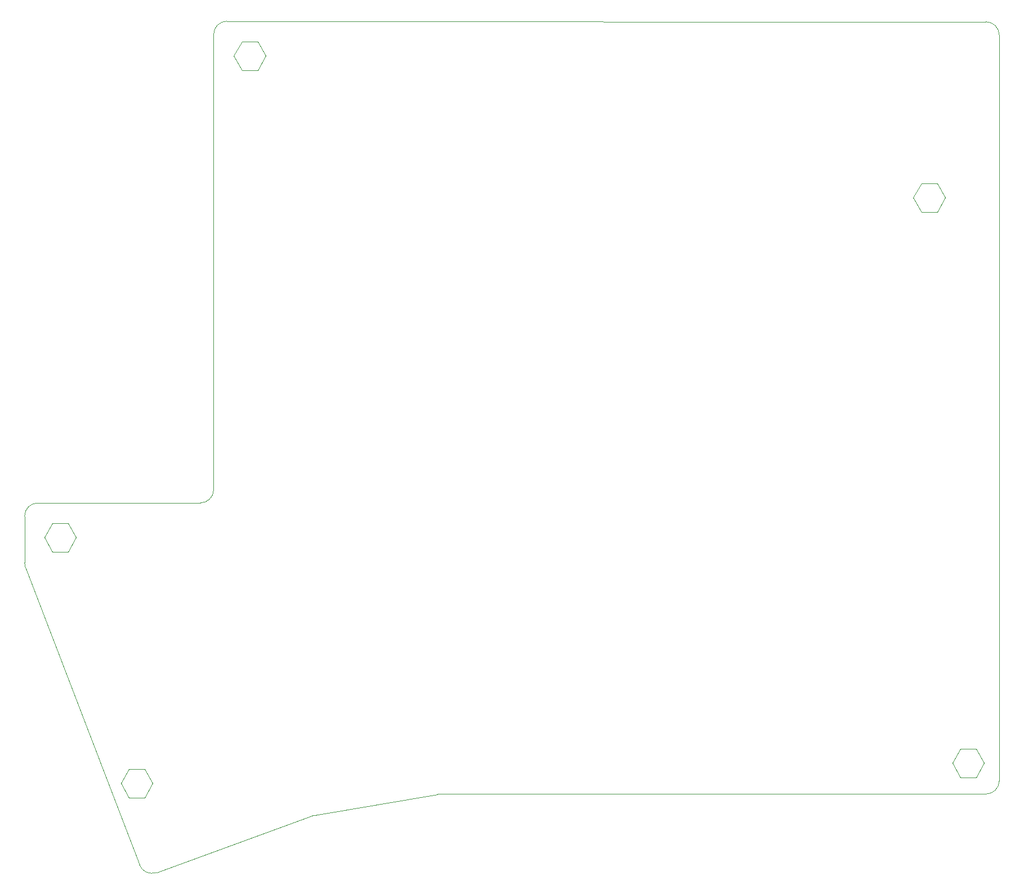
<source format=gbr>
G04 #@! TF.GenerationSoftware,KiCad,Pcbnew,9.0.6*
G04 #@! TF.CreationDate,2025-12-07T22:08:42+09:00*
G04 #@! TF.ProjectId,tarakkie_v1_light,74617261-6b6b-4696-955f-76315f6c6967,rev?*
G04 #@! TF.SameCoordinates,Original*
G04 #@! TF.FileFunction,Profile,NP*
%FSLAX46Y46*%
G04 Gerber Fmt 4.6, Leading zero omitted, Abs format (unit mm)*
G04 Created by KiCad (PCBNEW 9.0.6) date 2025-12-07 22:08:42*
%MOMM*%
%LPD*%
G01*
G04 APERTURE LIST*
G04 #@! TA.AperFunction,Profile*
%ADD10C,0.050000*%
G04 #@! TD*
G04 #@! TA.AperFunction,Profile*
%ADD11C,0.100000*%
G04 #@! TD*
G04 APERTURE END LIST*
D10*
X55953824Y-159908015D02*
G75*
G02*
X53402594Y-158743825I-683524J1879615D01*
G01*
X180724523Y-31886176D02*
G75*
G02*
X182722825Y-33886175I-1723J-2000024D01*
G01*
X79373241Y-151391863D02*
G75*
G02*
X79720000Y-151300002I683459J-1879537D01*
G01*
X36239317Y-113934143D02*
X53402655Y-158743802D01*
X79720000Y-151300000D02*
X98256173Y-148133987D01*
X64560301Y-33787896D02*
G75*
G02*
X66560301Y-31787901I1999999J-4D01*
G01*
X64560301Y-33787896D02*
X64560301Y-102287896D01*
X182722801Y-146088313D02*
G75*
G02*
X180723218Y-148088301I-2000001J13D01*
G01*
X36122801Y-106287896D02*
X36122801Y-113261470D01*
X64560301Y-102287896D02*
G75*
G02*
X62560301Y-104287901I-2000001J-4D01*
G01*
X36122801Y-106287896D02*
G75*
G02*
X38122801Y-104287901I1999999J-4D01*
G01*
X62560301Y-104287896D02*
X38122801Y-104287896D01*
X55953824Y-159908015D02*
X79373241Y-151391863D01*
X180724523Y-31886176D02*
X66560301Y-31787896D01*
X98592483Y-148105437D02*
X180723218Y-148088313D01*
X36239317Y-113934143D02*
G75*
G02*
X36122809Y-113261470I1882883J672543D01*
G01*
X98256173Y-148133987D02*
G75*
G02*
X98592483Y-148105438I336727J-1971513D01*
G01*
X182722801Y-146088313D02*
X182722801Y-33886175D01*
D11*
X50600000Y-146500000D02*
X51800000Y-148650000D01*
X51800000Y-144350000D02*
X50600000Y-146500000D01*
X51800000Y-148650000D02*
X54200000Y-148650000D01*
X54200000Y-144350000D02*
X51800000Y-144350000D01*
X54200000Y-148650000D02*
X55400000Y-146500000D01*
X55400000Y-146500000D02*
X54200000Y-144350000D01*
X67600000Y-37000000D02*
X68800000Y-39150000D01*
X68800000Y-34850000D02*
X67600000Y-37000000D01*
X68800000Y-39150000D02*
X71200000Y-39150000D01*
X71200000Y-34850000D02*
X68800000Y-34850000D01*
X71200000Y-39150000D02*
X72400000Y-37000000D01*
X72400000Y-37000000D02*
X71200000Y-34850000D01*
X175660000Y-143440000D02*
X176860000Y-145590000D01*
X176860000Y-141290000D02*
X175660000Y-143440000D01*
X176860000Y-145590000D02*
X179260000Y-145590000D01*
X179260000Y-141290000D02*
X176860000Y-141290000D01*
X179260000Y-145590000D02*
X180460000Y-143440000D01*
X180460000Y-143440000D02*
X179260000Y-141290000D01*
X39100000Y-109500000D02*
X40300000Y-111650000D01*
X40300000Y-107350000D02*
X39100000Y-109500000D01*
X40300000Y-111650000D02*
X42700000Y-111650000D01*
X42700000Y-107350000D02*
X40300000Y-107350000D01*
X42700000Y-111650000D02*
X43900000Y-109500000D01*
X43900000Y-109500000D02*
X42700000Y-107350000D01*
X169800000Y-58340000D02*
X171000000Y-60490000D01*
X171000000Y-56190000D02*
X169800000Y-58340000D01*
X171000000Y-60490000D02*
X173400000Y-60490000D01*
X173400000Y-56190000D02*
X171000000Y-56190000D01*
X173400000Y-60490000D02*
X174600000Y-58340000D01*
X174600000Y-58340000D02*
X173400000Y-56190000D01*
M02*

</source>
